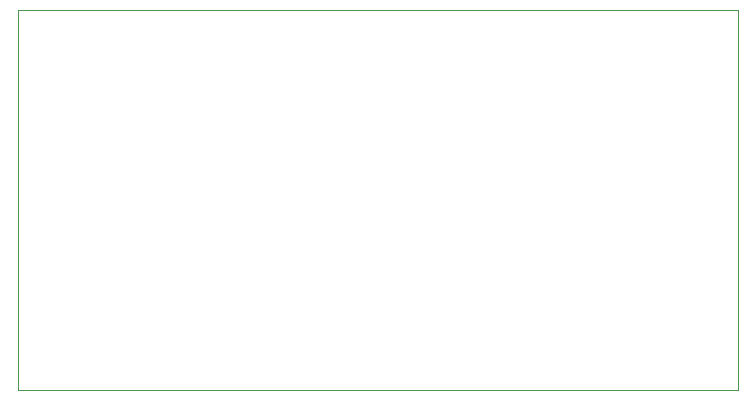
<source format=gbr>
%TF.GenerationSoftware,KiCad,Pcbnew,5.1.7-a382d34a8~88~ubuntu18.04.1*%
%TF.CreationDate,2021-02-25T09:45:04-05:00*%
%TF.ProjectId,PedalBaord,50656461-6c42-4616-9f72-642e6b696361,rev?*%
%TF.SameCoordinates,Original*%
%TF.FileFunction,Profile,NP*%
%FSLAX46Y46*%
G04 Gerber Fmt 4.6, Leading zero omitted, Abs format (unit mm)*
G04 Created by KiCad (PCBNEW 5.1.7-a382d34a8~88~ubuntu18.04.1) date 2021-02-25 09:45:04*
%MOMM*%
%LPD*%
G01*
G04 APERTURE LIST*
%TA.AperFunction,Profile*%
%ADD10C,0.050000*%
%TD*%
G04 APERTURE END LIST*
D10*
X162560000Y-50355500D02*
X162560000Y-50800000D01*
X101600000Y-50342800D02*
X162560000Y-50355500D01*
X101600000Y-50800000D02*
X101600000Y-50342800D01*
X101600000Y-82550000D02*
X101600000Y-50800000D01*
X162560000Y-82550000D02*
X101600000Y-82550000D01*
X162560000Y-50800000D02*
X162560000Y-82550000D01*
M02*

</source>
